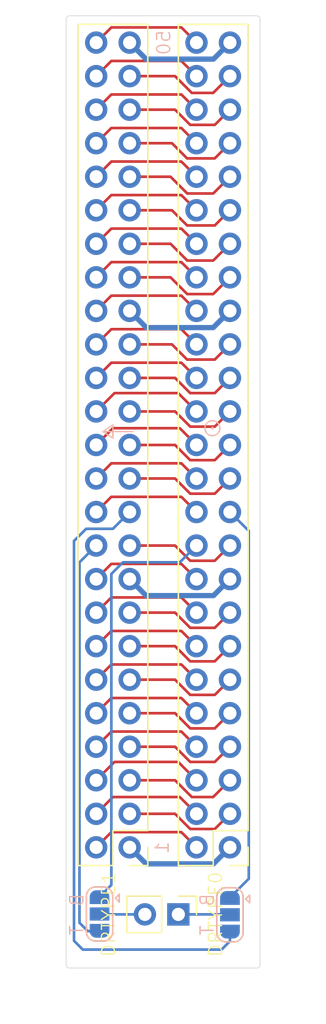
<source format=kicad_pcb>
(kicad_pcb (version 20241229) (generator "pcbnew") (generator_version "9.0")
  (layers (0 "F.Cu" signal) (2 "B.Cu" signal) (13 "F.Paste" user) (15 "B.Paste" user) (5 "F.SilkS" user "F.Silkscreen") (7 "B.SilkS" user "B.Silkscreen") (1 "F.Mask" user) (3 "B.Mask" user) (25 "Edge.Cuts" user))
  (net 0 "")
  (net 1 "Net-(J1-Pin_32)")
  (net 2 "Net-(J1-Pin_46)")
  (net 3 "Net-(J1-Pin_5)")
  (net 4 "Net-(J1-Pin_43)")
  (net 5 "Net-(J1-Pin_10)")
  (net 6 "Net-(J1-Pin_36)")
  (net 7 "Net-(J1-Pin_3)")
  (net 8 "Net-(J1-Pin_11)")
  (net 9 "Net-(J1-Pin_4)")
  (net 10 "Net-(J1-Pin_25)")
  (net 11 "Net-(J1-Pin_33)")
  (net 12 "Net-(J1-Pin_50)")
  (net 13 "Net-(J1-Pin_1)")
  (net 14 "Net-(J1-Pin_48)")
  (net 15 "Net-(J1-Pin_24)")
  (net 16 "Net-(J1-Pin_8)")
  (net 17 "Net-(J1-Pin_41)")
  (net 18 "Net-(J1-Pin_37)")
  (net 19 "Net-(J1-Pin_28)")
  (net 20 "Net-(J1-Pin_34)")
  (net 21 "Net-(J1-Pin_6)")
  (net 22 "Net-(J1-Pin_23)")
  (net 23 "Net-(J1-Pin_30)")
  (net 24 "Net-(J1-Pin_35)")
  (net 25 "Net-(J1-Pin_7)")
  (net 26 "Net-(J1-Pin_31)")
  (net 27 "Net-(J1-Pin_9)")
  (net 28 "Net-(J1-Pin_45)")
  (net 29 "Net-(J1-Pin_39)")
  (net 30 "Net-(J1-Pin_14)")
  (net 31 "Net-(J1-Pin_18)")
  (net 32 "Net-(J1-Pin_44)")
  (net 33 "Net-(J1-Pin_17)")
  (net 34 "Net-(J1-Pin_42)")
  (net 35 "Net-(J1-Pin_13)")
  (net 36 "Net-(J1-Pin_2)")
  (net 37 "Net-(J1-Pin_29)")
  (net 38 "Net-(J1-Pin_15)")
  (net 39 "Net-(J1-Pin_12)")
  (net 40 "Net-(J1-Pin_38)")
  (net 41 "Net-(J1-Pin_26)")
  (net 42 "Net-(J1-Pin_47)")
  (net 43 "Net-(J1-Pin_19)")
  (net 44 "Net-(J1-Pin_16)")
  (net 45 "Net-(J1-Pin_27)")
  (net 46 "Net-(J1-Pin_40)")
  (net 47 "Net-(J1-Pin_22)")
  (net 48 "Net-(J1-Pin_49)")
  (net 49 "B_DRTYPE1-")
  (net 50 "B_DRTYPE0-")
  (net 51 "A_DRTYPE1-")
  (net 52 "A_DRTYPE0-")
  (net 53 "Net-(J3-Pin_1)")
  (net 54 "Net-(J3-Pin_2)")
  (footprint "Connector_PinHeader_2.54mm:PinHeader_2x25_P2.54mm_Vertical" (layer "F.Cu") (at 127 127 180)
    (property "Reference" "J1" (hide yes))
    (property "Value" "Conn_02x25_Odd_Even")
    (fp_line (start 3.92 -1.38) (end 3.92 62.34) (stroke (width 0.12)) (layer "F.SilkS"))
    (fp_line (start 1.27 1.27) (end 1.27 -1.38) (stroke (width 0.12)) (layer "F.SilkS"))
    (fp_line (start 1.27 -1.38) (end 3.92 -1.38) (stroke (width 0.12)) (layer "F.SilkS"))
    (fp_line (start -1.38 62.34) (end 3.92 62.34) (stroke (width 0.12)) (layer "F.SilkS"))
    (fp_line (start -1.38 1.27) (end 1.27 1.27) (stroke (width 0.12)) (layer "F.SilkS"))
    (fp_line (start -1.38 1.27) (end -1.38 62.34) (stroke (width 0.12)) (layer "F.SilkS"))
    (fp_line (start -1.38 0) (end -1.38 -1.38) (stroke (width 0.12)) (layer "F.SilkS"))
    (fp_line (start -1.38 -1.38) (end 0 -1.38) (stroke (width 0.12)) (layer "F.SilkS"))
    (pad "1" thru_hole circle (at 0 0 180) (size 1.7 1.7) (drill 1) (layers "*.Cu" "*.Mask") (net 13 "Net-(J1-Pin_1)"))
    (pad "2" thru_hole circle (at 2.54 0 180) (size 1.7 1.7) (drill 1) (layers "*.Cu" "*.Mask") (net 36 "Net-(J1-Pin_2)"))
    (pad "3" thru_hole circle (at 0 2.54 180) (size 1.7 1.7) (drill 1) (layers "*.Cu" "*.Mask") (net 7 "Net-(J1-Pin_3)"))
    (pad "4" thru_hole circle (at 2.54 2.54 180) (size 1.7 1.7) (drill 1) (layers "*.Cu" "*.Mask") (net 9 "Net-(J1-Pin_4)"))
    (pad "5" thru_hole circle (at 0 5.08 180) (size 1.7 1.7) (drill 1) (layers "*.Cu" "*.Mask") (net 3 "Net-(J1-Pin_5)"))
    (pad "6" thru_hole circle (at 2.54 5.08 180) (size 1.7 1.7) (drill 1) (layers "*.Cu" "*.Mask") (net 21 "Net-(J1-Pin_6)"))
    (pad "7" thru_hole circle (at 0 7.62 180) (size 1.7 1.7) (drill 1) (layers "*.Cu" "*.Mask") (net 25 "Net-(J1-Pin_7)"))
    (pad "8" thru_hole circle (at 2.54 7.62 180) (size 1.7 1.7) (drill 1) (layers "*.Cu" "*.Mask") (net 16 "Net-(J1-Pin_8)"))
    (pad "9" thru_hole circle (at 0 10.16 180) (size 1.7 1.7) (drill 1) (layers "*.Cu" "*.Mask") (net 27 "Net-(J1-Pin_9)"))
    (pad "10" thru_hole circle (at 2.54 10.16 180) (size 1.7 1.7) (drill 1) (layers "*.Cu" "*.Mask") (net 5 "Net-(J1-Pin_10)"))
    (pad "11" thru_hole circle (at 0 12.7 180) (size 1.7 1.7) (drill 1) (layers "*.Cu" "*.Mask") (net 8 "Net-(J1-Pin_11)"))
    (pad "12" thru_hole circle (at 2.54 12.7 180) (size 1.7 1.7) (drill 1) (layers "*.Cu" "*.Mask") (net 39 "Net-(J1-Pin_12)"))
    (pad "13" thru_hole circle (at 0 15.24 180) (size 1.7 1.7) (drill 1) (layers "*.Cu" "*.Mask") (net 35 "Net-(J1-Pin_13)"))
    (pad "14" thru_hole circle (at 2.54 15.24 180) (size 1.7 1.7) (drill 1) (layers "*.Cu" "*.Mask") (net 30 "Net-(J1-Pin_14)"))
    (pad "15" thru_hole circle (at 0 17.78 180) (size 1.7 1.7) (drill 1) (layers "*.Cu" "*.Mask") (net 38 "Net-(J1-Pin_15)"))
    (pad "16" thru_hole circle (at 2.54 17.78 180) (size 1.7 1.7) (drill 1) (layers "*.Cu" "*.Mask") (net 44 "Net-(J1-Pin_16)"))
    (pad "17" thru_hole circle (at 0 20.32 180) (size 1.7 1.7) (drill 1) (layers "*.Cu" "*.Mask") (net 33 "Net-(J1-Pin_17)"))
    (pad "18" thru_hole circle (at 2.54 20.32 180) (size 1.7 1.7) (drill 1) (layers "*.Cu" "*.Mask") (net 31 "Net-(J1-Pin_18)"))
    (pad "19" thru_hole circle (at 0 22.86 180) (size 1.7 1.7) (drill 1) (layers "*.Cu" "*.Mask") (net 43 "Net-(J1-Pin_19)"))
    (pad "20" thru_hole circle (at 2.54 22.86 180) (size 1.7 1.7) (drill 1) (layers "*.Cu" "*.Mask") (net 50 "B_DRTYPE0-"))
    (pad "21" thru_hole circle (at 0 25.4 180) (size 1.7 1.7) (drill 1) (layers "*.Cu" "*.Mask") (net 49 "B_DRTYPE1-"))
    (pad "22" thru_hole circle (at 2.54 25.4 180) (size 1.7 1.7) (drill 1) (layers "*.Cu" "*.Mask") (net 47 "Net-(J1-Pin_22)"))
    (pad "23" thru_hole circle (at 0 27.94 180) (size 1.7 1.7) (drill 1) (layers "*.Cu" "*.Mask") (net 22 "Net-(J1-Pin_23)"))
    (pad "24" thru_hole circle (at 2.54 27.94 180) (size 1.7 1.7) (drill 1) (layers "*.Cu" "*.Mask") (net 15 "Net-(J1-Pin_24)"))
    (pad "25" thru_hole circle (at 0 30.48 180) (size 1.7 1.7) (drill 1) (layers "*.Cu" "*.Mask") (net 10 "Net-(J1-Pin_25)"))
    (pad "26" thru_hole circle (at 2.54 30.48 180) (size 1.7 1.7) (drill 1) (layers "*.Cu" "*.Mask") (net 41 "Net-(J1-Pin_26)"))
    (pad "27" thru_hole circle (at 0 33.02 180) (size 1.7 1.7) (drill 1) (layers "*.Cu" "*.Mask") (net 45 "Net-(J1-Pin_27)"))
    (pad "28" thru_hole circle (at 2.54 33.02 180) (size 1.7 1.7) (drill 1) (layers "*.Cu" "*.Mask") (net 19 "Net-(J1-Pin_28)"))
    (pad "29" thru_hole circle (at 0 35.56 180) (size 1.7 1.7) (drill 1) (layers "*.Cu" "*.Mask") (net 37 "Net-(J1-Pin_29)"))
    (pad "30" thru_hole circle (at 2.54 35.56 180) (size 1.7 1.7) (drill 1) (layers "*.Cu" "*.Mask") (net 23 "Net-(J1-Pin_30)"))
    (pad "31" thru_hole circle (at 0 38.1 180) (size 1.7 1.7) (drill 1) (layers "*.Cu" "*.Mask") (net 26 "Net-(J1-Pin_31)"))
    (pad "32" thru_hole circle (at 2.54 38.1 180) (size 1.7 1.7) (drill 1) (layers "*.Cu" "*.Mask") (net 1 "Net-(J1-Pin_32)"))
    (pad "33" thru_hole circle (at 0 40.64 180) (size 1.7 1.7) (drill 1) (layers "*.Cu" "*.Mask") (net 11 "Net-(J1-Pin_33)"))
    (pad "34" thru_hole circle (at 2.54 40.64 180) (size 1.7 1.7) (drill 1) (layers "*.Cu" "*.Mask") (net 20 "Net-(J1-Pin_34)"))
    (pad "35" thru_hole circle (at 0 43.18 180) (size 1.7 1.7) (drill 1) (layers "*.Cu" "*.Mask") (net 24 "Net-(J1-Pin_35)"))
    (pad "36" thru_hole circle (at 2.54 43.18 180) (size 1.7 1.7) (drill 1) (layers "*.Cu" "*.Mask") (net 6 "Net-(J1-Pin_36)"))
    (pad "37" thru_hole circle (at 0 45.72 180) (size 1.7 1.7) (drill 1) (layers "*.Cu" "*.Mask") (net 18 "Net-(J1-Pin_37)"))
    (pad "38" thru_hole circle (at 2.54 45.72 180) (size 1.7 1.7) (drill 1) (layers "*.Cu" "*.Mask") (net 40 "Net-(J1-Pin_38)"))
    (pad "39" thru_hole circle (at 0 48.26 180) (size 1.7 1.7) (drill 1) (layers "*.Cu" "*.Mask") (net 29 "Net-(J1-Pin_39)"))
    (pad "40" thru_hole circle (at 2.54 48.26 180) (size 1.7 1.7) (drill 1) (layers "*.Cu" "*.Mask") (net 46 "Net-(J1-Pin_40)"))
    (pad "41" thru_hole circle (at 0 50.8 180) (size 1.7 1.7) (drill 1) (layers "*.Cu" "*.Mask") (net 17 "Net-(J1-Pin_41)"))
    (pad "42" thru_hole circle (at 2.54 50.8 180) (size 1.7 1.7) (drill 1) (layers "*.Cu" "*.Mask") (net 34 "Net-(J1-Pin_42)"))
    (pad "43" thru_hole circle (at 0 53.34 180) (size 1.7 1.7) (drill 1) (layers "*.Cu" "*.Mask") (net 4 "Net-(J1-Pin_43)"))
    (pad "44" thru_hole circle (at 2.54 53.34 180) (size 1.7 1.7) (drill 1) (layers "*.Cu" "*.Mask") (net 32 "Net-(J1-Pin_44)"))
    (pad "45" thru_hole circle (at 0 55.88 180) (size 1.7 1.7) (drill 1) (layers "*.Cu" "*.Mask") (net 28 "Net-(J1-Pin_45)"))
    (pad "46" thru_hole circle (at 2.54 55.88 180) (size 1.7 1.7) (drill 1) (layers "*.Cu" "*.Mask") (net 2 "Net-(J1-Pin_46)"))
    (pad "47" thru_hole circle (at 0 58.42 180) (size 1.7 1.7) (drill 1) (layers "*.Cu" "*.Mask") (net 42 "Net-(J1-Pin_47)"))
    (pad "48" thru_hole circle (at 2.54 58.42 180) (size 1.7 1.7) (drill 1) (layers "*.Cu" "*.Mask") (net 14 "Net-(J1-Pin_48)"))
    (pad "49" thru_hole circle (at 0 60.96 180) (size 1.7 1.7) (drill 1) (layers "*.Cu" "*.Mask") (net 48 "Net-(J1-Pin_49)"))
    (pad "50" thru_hole circle (at 2.54 60.96 180) (size 1.7 1.7) (drill 1) (layers "*.Cu" "*.Mask") (net 12 "Net-(J1-Pin_50)"))
  )
  (footprint "Connector_PinHeader_2.54mm:PinHeader_1x02_P2.54mm_Vertical" (layer "F.Cu") (at 130.7 132.08 -90)
    (property "Reference" "J3" (hide yes))
    (property "Value" "Conn_01x02" (hide yes))
    (fp_line (start -1.38 3.92) (end 1.38 3.92) (stroke (width 0.12)) (layer "F.SilkS"))
    (fp_line (start -1.38 1.27) (end -1.38 3.92) (stroke (width 0.12)) (layer "F.SilkS"))
    (fp_line (start -1.38 1.27) (end 1.38 1.27) (stroke (width 0.12)) (layer "F.SilkS"))
    (fp_line (start 1.38 1.27) (end 1.38 3.92) (stroke (width 0.12)) (layer "F.SilkS"))
    (fp_line (start -1.38 0) (end -1.38 -1.38) (stroke (width 0.12)) (layer "F.SilkS"))
    (fp_line (start -1.38 -1.38) (end 0 -1.38) (stroke (width 0.12)) (layer "F.SilkS"))
    (pad "1" thru_hole rect (at 0 0 270) (size 1.7 1.7) (drill 1) (layers "*.Cu" "*.Mask") (net 53 "Net-(J3-Pin_1)"))
    (pad "2" thru_hole circle (at 0 2.54 270) (size 1.7 1.7) (drill 1) (layers "*.Cu" "*.Mask") (net 54 "Net-(J3-Pin_2)"))
  )
  (footprint "Connector_PinHeader_2.54mm:PinHeader_2x25_P2.54mm_Vertical" (layer "F.Cu") (at 134.62 127 180)
    (property "Reference" "J2" (hide yes))
    (property "Value" "Conn_02x25_Odd_Even")
    (fp_line (start 3.92 -1.38) (end 3.92 62.34) (stroke (width 0.12)) (layer "F.SilkS"))
    (fp_line (start 1.27 1.27) (end 1.27 -1.38) (stroke (width 0.12)) (layer "F.SilkS"))
    (fp_line (start 1.27 -1.38) (end 3.92 -1.38) (stroke (width 0.12)) (layer "F.SilkS"))
    (fp_line (start -1.38 62.34) (end 3.92 62.34) (stroke (width 0.12)) (layer "F.SilkS"))
    (fp_line (start -1.38 1.27) (end 1.27 1.27) (stroke (width 0.12)) (layer "F.SilkS"))
    (fp_line (start -1.38 1.27) (end -1.38 62.34) (stroke (width 0.12)) (layer "F.SilkS"))
    (fp_line (start -1.38 0) (end -1.38 -1.38) (stroke (width 0.12)) (layer "F.SilkS"))
    (fp_line (start -1.38 -1.38) (end 0 -1.38) (stroke (width 0.12)) (layer "F.SilkS"))
    (pad "1" thru_hole circle (at 0 0 180) (size 1.7 1.7) (drill 1) (layers "*.Cu" "*.Mask") (net 13 "Net-(J1-Pin_1)"))
    (pad "2" thru_hole circle (at 2.54 0 180) (size 1.7 1.7) (drill 1) (layers "*.Cu" "*.Mask") (net 36 "Net-(J1-Pin_2)"))
    (pad "3" thru_hole circle (at 0 2.54 180) (size 1.7 1.7) (drill 1) (layers "*.Cu" "*.Mask") (net 7 "Net-(J1-Pin_3)"))
    (pad "4" thru_hole circle (at 2.54 2.54 180) (size 1.7 1.7) (drill 1) (layers "*.Cu" "*.Mask") (net 9 "Net-(J1-Pin_4)"))
    (pad "5" thru_hole circle (at 0 5.08 180) (size 1.7 1.7) (drill 1) (layers "*.Cu" "*.Mask") (net 3 "Net-(J1-Pin_5)"))
    (pad "6" thru_hole circle (at 2.54 5.08 180) (size 1.7 1.7) (drill 1) (layers "*.Cu" "*.Mask") (net 21 "Net-(J1-Pin_6)"))
    (pad "7" thru_hole circle (at 0 7.62 180) (size 1.7 1.7) (drill 1) (layers "*.Cu" "*.Mask") (net 25 "Net-(J1-Pin_7)"))
    (pad "8" thru_hole circle (at 2.54 7.62 180) (size 1.7 1.7) (drill 1) (layers "*.Cu" "*.Mask") (net 16 "Net-(J1-Pin_8)"))
    (pad "9" thru_hole circle (at 0 10.16 180) (size 1.7 1.7) (drill 1) (layers "*.Cu" "*.Mask") (net 27 "Net-(J1-Pin_9)"))
    (pad "10" thru_hole circle (at 2.54 10.16 180) (size 1.7 1.7) (drill 1) (layers "*.Cu" "*.Mask") (net 5 "Net-(J1-Pin_10)"))
    (pad "11" thru_hole circle (at 0 12.7 180) (size 1.7 1.7) (drill 1) (layers "*.Cu" "*.Mask") (net 8 "Net-(J1-Pin_11)"))
    (pad "12" thru_hole circle (at 2.54 12.7 180) (size 1.7 1.7) (drill 1) (layers "*.Cu" "*.Mask") (net 39 "Net-(J1-Pin_12)"))
    (pad "13" thru_hole circle (at 0 15.24 180) (size 1.7 1.7) (drill 1) (layers "*.Cu" "*.Mask") (net 35 "Net-(J1-Pin_13)"))
    (pad "14" thru_hole circle (at 2.54 15.24 180) (size 1.7 1.7) (drill 1) (layers "*.Cu" "*.Mask") (net 30 "Net-(J1-Pin_14)"))
    (pad "15" thru_hole circle (at 0 17.78 180) (size 1.7 1.7) (drill 1) (layers "*.Cu" "*.Mask") (net 38 "Net-(J1-Pin_15)"))
    (pad "16" thru_hole circle (at 2.54 17.78 180) (size 1.7 1.7) (drill 1) (layers "*.Cu" "*.Mask") (net 44 "Net-(J1-Pin_16)"))
    (pad "17" thru_hole circle (at 0 20.32 180) (size 1.7 1.7) (drill 1) (layers "*.Cu" "*.Mask") (net 33 "Net-(J1-Pin_17)"))
    (pad "18" thru_hole circle (at 2.54 20.32 180) (size 1.7 1.7) (drill 1) (layers "*.Cu" "*.Mask") (net 31 "Net-(J1-Pin_18)"))
    (pad "19" thru_hole circle (at 0 22.86 180) (size 1.7 1.7) (drill 1) (layers "*.Cu" "*.Mask") (net 43 "Net-(J1-Pin_19)"))
    (pad "20" thru_hole circle (at 2.54 22.86 180) (size 1.7 1.7) (drill 1) (layers "*.Cu" "*.Mask") (net 52 "A_DRTYPE0-"))
    (pad "21" thru_hole circle (at 0 25.4 180) (size 1.7 1.7) (drill 1) (layers "*.Cu" "*.Mask") (net 51 "A_DRTYPE1-"))
    (pad "22" thru_hole circle (at 2.54 25.4 180) (size 1.7 1.7) (drill 1) (layers "*.Cu" "*.Mask") (net 47 "Net-(J1-Pin_22)"))
    (pad "23" thru_hole circle (at 0 27.94 180) (size 1.7 1.7) (drill 1) (layers "*.Cu" "*.Mask") (net 22 "Net-(J1-Pin_23)"))
    (pad "24" thru_hole circle (at 2.54 27.94 180) (size 1.7 1.7) (drill 1) (layers "*.Cu" "*.Mask") (net 15 "Net-(J1-Pin_24)"))
    (pad "25" thru_hole circle (at 0 30.48 180) (size 1.7 1.7) (drill 1) (layers "*.Cu" "*.Mask") (net 10 "Net-(J1-Pin_25)"))
    (pad "26" thru_hole circle (at 2.54 30.48 180) (size 1.7 1.7) (drill 1) (layers "*.Cu" "*.Mask") (net 41 "Net-(J1-Pin_26)"))
    (pad "27" thru_hole circle (at 0 33.02 180) (size 1.7 1.7) (drill 1) (layers "*.Cu" "*.Mask") (net 45 "Net-(J1-Pin_27)"))
    (pad "28" thru_hole circle (at 2.54 33.02 180) (size 1.7 1.7) (drill 1) (layers "*.Cu" "*.Mask") (net 19 "Net-(J1-Pin_28)"))
    (pad "29" thru_hole circle (at 0 35.56 180) (size 1.7 1.7) (drill 1) (layers "*.Cu" "*.Mask") (net 37 "Net-(J1-Pin_29)"))
    (pad "30" thru_hole circle (at 2.54 35.56 180) (size 1.7 1.7) (drill 1) (layers "*.Cu" "*.Mask") (net 23 "Net-(J1-Pin_30)"))
    (pad "31" thru_hole circle (at 0 38.1 180) (size 1.7 1.7) (drill 1) (layers "*.Cu" "*.Mask") (net 26 "Net-(J1-Pin_31)"))
    (pad "32" thru_hole circle (at 2.54 38.1 180) (size 1.7 1.7) (drill 1) (layers "*.Cu" "*.Mask") (net 1 "Net-(J1-Pin_32)"))
    (pad "33" thru_hole circle (at 0 40.64 180) (size 1.7 1.7) (drill 1) (layers "*.Cu" "*.Mask") (net 11 "Net-(J1-Pin_33)"))
    (pad "34" thru_hole circle (at 2.54 40.64 180) (size 1.7 1.7) (drill 1) (layers "*.Cu" "*.Mask") (net 20 "Net-(J1-Pin_34)"))
    (pad "35" thru_hole circle (at 0 43.18 180) (size 1.7 1.7) (drill 1) (layers "*.Cu" "*.Mask") (net 24 "Net-(J1-Pin_35)"))
    (pad "36" thru_hole circle (at 2.54 43.18 180) (size 1.7 1.7) (drill 1) (layers "*.Cu" "*.Mask") (net 6 "Net-(J1-Pin_36)"))
    (pad "37" thru_hole circle (at 0 45.72 180) (size 1.7 1.7) (drill 1) (layers "*.Cu" "*.Mask") (net 18 "Net-(J1-Pin_37)"))
    (pad "38" thru_hole circle (at 2.54 45.72 180) (size 1.7 1.7) (drill 1) (layers "*.Cu" "*.Mask") (net 40 "Net-(J1-Pin_38)"))
    (pad "39" thru_hole circle (at 0 48.26 180) (size 1.7 1.7) (drill 1) (layers "*.Cu" "*.Mask") (net 29 "Net-(J1-Pin_39)"))
    (pad "40" thru_hole circle (at 2.54 48.26 180) (size 1.7 1.7) (drill 1) (layers "*.Cu" "*.Mask") (net 46 "Net-(J1-Pin_40)"))
    (pad "41" thru_hole circle (at 0 50.8 180) (size 1.7 1.7) (drill 1) (layers "*.Cu" "*.Mask") (net 17 "Net-(J1-Pin_41)"))
    (pad "42" thru_hole circle (at 2.54 50.8 180) (size 1.7 1.7) (drill 1) (layers "*.Cu" "*.Mask") (net 34 "Net-(J1-Pin_42)"))
    (pad "43" thru_hole circle (at 0 53.34 180) (size 1.7 1.7) (drill 1) (layers "*.Cu" "*.Mask") (net 4 "Net-(J1-Pin_43)"))
    (pad "44" thru_hole circle (at 2.54 53.34 180) (size 1.7 1.7) (drill 1) (layers "*.Cu" "*.Mask") (net 32 "Net-(J1-Pin_44)"))
    (pad "45" thru_hole circle (at 0 55.88 180) (size 1.7 1.7) (drill 1) (layers "*.Cu" "*.Mask") (net 28 "Net-(J1-Pin_45)"))
    (pad "46" thru_hole circle (at 2.54 55.88 180) (size 1.7 1.7) (drill 1) (layers "*.Cu" "*.Mask") (net 2 "Net-(J1-Pin_46)"))
    (pad "47" thru_hole circle (at 0 58.42 180) (size 1.7 1.7) (drill 1) (layers "*.Cu" "*.Mask") (net 42 "Net-(J1-Pin_47)"))
    (pad "48" thru_hole circle (at 2.54 58.42 180) (size 1.7 1.7) (drill 1) (layers "*.Cu" "*.Mask") (net 14 "Net-(J1-Pin_48)"))
    (pad "49" thru_hole circle (at 0 60.96 180) (size 1.7 1.7) (drill 1) (layers "*.Cu" "*.Mask") (net 48 "Net-(J1-Pin_49)"))
    (pad "50" thru_hole circle (at 2.54 60.96 180) (size 1.7 1.7) (drill 1) (layers "*.Cu" "*.Mask") (net 12 "Net-(J1-Pin_50)"))
  )
  (footprint "Jumper:SolderJumper-3_P1.3mm_Open_RoundedPad1.0x1.5mm" (layer "B.Cu") (at 134.62 132.11 -90)
    (property "Reference" "JP1" (hide yes))
    (property "Value" "SolderJumper_3_Open")
    (fp_line (start -1.4 1) (end 1.4 1) (stroke (width 0.12)) (layer "B.SilkS"))
    (fp_line (start 2.05 0.3) (end 2.05 -0.3) (stroke (width 0.12)) (layer "B.SilkS"))
    (fp_line (start -2.05 -0.3) (end -2.05 0.3) (stroke (width 0.12)) (layer "B.SilkS"))
    (fp_line (start 1.4 -1) (end -1.4 -1) (stroke (width 0.12)) (layer "B.SilkS"))
    (fp_line (start -1.2 -1.2) (end -1.5 -1.5) (stroke (width 0.12)) (layer "B.SilkS"))
    (fp_line (start -1.2 -1.2) (end -0.9 -1.5) (stroke (width 0.12)) (layer "B.SilkS"))
    (fp_line (start -1.5 -1.5) (end -0.9 -1.5) (stroke (width 0.12)) (layer "B.SilkS"))
    (fp_arc (start -1.35 1) (mid -1.844975 0.794975) (end -2.05 0.3) (stroke (width 0.12)) (layer "B.SilkS"))
    (fp_arc (start 2.05 0.3) (mid 1.844975 0.794975) (end 1.35 1) (stroke (width 0.12)) (layer "B.SilkS"))
    (fp_arc (start -2.05 -0.3) (mid -1.844975 -0.794975) (end -1.35 -1) (stroke (width 0.12)) (layer "B.SilkS"))
    (fp_arc (start 1.35 -1) (mid 1.844975 -0.794975) (end 2.05 -0.3) (stroke (width 0.12)) (layer "B.SilkS"))
    (pad "1" smd custom (at -1.3 0 270) (size 1 0.5) (layers "B.Cu" "B.Mask") (net 51 "A_DRTYPE1-") (options (clearance outline) (anchor rect)) (primitives (gr_circle (center 0 -0.25) (end 0.5 -0.25) (width 0) (fill yes)) (gr_circle (center 0 0.25) (end 0.5 0.25) (width 0) (fill yes)) (gr_poly (pts (xy 0.55 -0.75) (xy 0 -0.75) (xy 0 0.75) (xy 0.55 0.75)) (width 0) (fill yes))))
    (pad "2" smd rect (at 0 0 270) (size 1 1.5) (layers "B.Cu" "B.Mask") (net 53 "Net-(J3-Pin_1)"))
    (pad "3" smd custom (at 1.3 0 270) (size 1 0.5) (layers "B.Cu" "B.Mask") (net 49 "B_DRTYPE1-") (options (clearance outline) (anchor rect)) (primitives (gr_circle (center 0 -0.25) (end 0.5 -0.25) (width 0) (fill yes)) (gr_circle (center 0 0.25) (end 0.5 0.25) (width 0) (fill yes)) (gr_poly (pts (xy 0 -0.75) (xy -0.55 -0.75) (xy -0.55 0.75) (xy 0 0.75)) (width 0) (fill yes))))
  )
  (footprint "Jumper:SolderJumper-3_P1.3mm_Open_RoundedPad1.0x1.5mm" (layer "B.Cu") (at 124.714 132.05 -90)
    (property "Reference" "JP2" (hide yes))
    (property "Value" "SolderJumper_3_Open")
    (fp_line (start -1.4 1) (end 1.4 1) (stroke (width 0.12)) (layer "B.SilkS"))
    (fp_line (start 2.05 0.3) (end 2.05 -0.3) (stroke (width 0.12)) (layer "B.SilkS"))
    (fp_line (start -2.05 -0.3) (end -2.05 0.3) (stroke (width 0.12)) (layer "B.SilkS"))
    (fp_line (start 1.4 -1) (end -1.4 -1) (stroke (width 0.12)) (layer "B.SilkS"))
    (fp_line (start -1.2 -1.2) (end -1.5 -1.5) (stroke (width 0.12)) (layer "B.SilkS"))
    (fp_line (start -1.2 -1.2) (end -0.9 -1.5) (stroke (width 0.12)) (layer "B.SilkS"))
    (fp_line (start -1.5 -1.5) (end -0.9 -1.5) (stroke (width 0.12)) (layer "B.SilkS"))
    (fp_arc (start -1.35 1) (mid -1.844975 0.794975) (end -2.05 0.3) (stroke (width 0.12)) (layer "B.SilkS"))
    (fp_arc (start 2.05 0.3) (mid 1.844975 0.794975) (end 1.35 1) (stroke (width 0.12)) (layer "B.SilkS"))
    (fp_arc (start -2.05 -0.3) (mid -1.844975 -0.794975) (end -1.35 -1) (stroke (width 0.12)) (layer "B.SilkS"))
    (fp_arc (start 1.35 -1) (mid 1.844975 -0.794975) (end 2.05 -0.3) (stroke (width 0.12)) (layer "B.SilkS"))
    (pad "1" smd custom (at -1.3 0 270) (size 1 0.5) (layers "B.Cu" "B.Mask") (net 52 "A_DRTYPE0-") (options (clearance outline) (anchor rect)) (primitives (gr_circle (center 0 -0.25) (end 0.5 -0.25) (width 0) (fill yes)) (gr_circle (center 0 0.25) (end 0.5 0.25) (width 0) (fill yes)) (gr_poly (pts (xy 0.55 -0.75) (xy 0 -0.75) (xy 0 0.75) (xy 0.55 0.75)) (width 0) (fill yes))))
    (pad "2" smd rect (at 0 0 270) (size 1 1.5) (layers "B.Cu" "B.Mask") (net 54 "Net-(J3-Pin_2)"))
    (pad "3" smd custom (at 1.3 0 270) (size 1 0.5) (layers "B.Cu" "B.Mask") (net 50 "B_DRTYPE0-") (options (clearance outline) (anchor rect)) (primitives (gr_circle (center 0 -0.25) (end 0.5 -0.25) (width 0) (fill yes)) (gr_circle (center 0 0.25) (end 0.5 0.25) (width 0) (fill yes)) (gr_poly (pts (xy 0 -0.75) (xy -0.55 -0.75) (xy -0.55 0.75) (xy 0 0.75)) (width 0) (fill yes))))
  )
  (gr_line (start 124.968 95.504) (end 125.73 94.996) (stroke (width 0.1)) (layer "B.SilkS"))
  (gr_line (start 127.254 95.504) (end 124.968 95.504) (stroke (width 0.1)) (layer "B.SilkS"))
  (gr_circle (center 133.290039 95.25) (end 133.35 95.25) (stroke (width 0.1)) (fill no) (layer "B.SilkS"))
  (gr_line (start 125.73 94.996) (end 125.73 96.012) (stroke (width 0.1)) (layer "B.SilkS"))
  (gr_line (start 125.73 96.012) (end 124.968 95.504) (stroke (width 0.1)) (layer "B.SilkS"))
  (gr_circle (center 133.290039 95.25) (end 133.798039 95.504) (stroke (width 0.1)) (fill no) (layer "B.SilkS"))
  (gr_arc (start 122.428 136.144) (mid 122.248395 136.069605) (end 122.174 135.89) (stroke (width 0.05)) (layer "Edge.Cuts"))
  (gr_arc (start 136.906 135.89) (mid 136.831605 136.069605) (end 136.652 136.144) (stroke (width 0.05)) (layer "Edge.Cuts"))
  (gr_line (start 122.174 64.262) (end 122.174 135.89) (stroke (width 0.05)) (layer "Edge.Cuts"))
  (gr_arc (start 122.174 64.262) (mid 122.248395 64.082395) (end 122.428 64.008) (stroke (width 0.05)) (layer "Edge.Cuts"))
  (gr_line (start 122.428 136.144) (end 136.652 136.144) (stroke (width 0.05)) (layer "Edge.Cuts"))
  (gr_line (start 136.906 135.89) (end 136.906 64.262) (stroke (width 0.05)) (layer "Edge.Cuts"))
  (gr_line (start 136.652 64.008) (end 122.428 64.008) (stroke (width 0.05)) (layer "Edge.Cuts"))
  (gr_arc (start 136.652 64.008) (mid 136.831605 64.082395) (end 136.906 64.262) (stroke (width 0.05)) (layer "Edge.Cuts"))
  (gr_text "DRTYPE0" (at 134.112 135.382 90) (layer "F.SilkS") (effects (font (size 1 1) (thickness 0.1)) (justify left bottom)))
  (gr_text "DRTYPE1" (at 125.984 135.382 90) (layer "F.SilkS") (effects (font (size 1 1) (thickness 0.1)) (justify left bottom)))
  (gr_text "B" (at 133.477 130.429 90) (layer "B.SilkS") (effects (font (size 1 1) (thickness 0.1)) (justify left bottom mirror)))
  (gr_text "1" (at 130.048 126.492 90) (layer "B.SilkS") (effects (font (size 1 1) (thickness 0.1)) (justify left bottom mirror)))
  (gr_text "T" (at 123.571 132.842 90) (layer "B.SilkS") (effects (font (size 1 1) (thickness 0.1)) (justify left bottom mirror)))
  (gr_text "50" (at 130.175 65.024 90) (layer "B.SilkS") (effects (font (size 1 1) (thickness 0.1)) (justify left bottom mirror)))
  (gr_text "B" (at 123.571 130.429 90) (layer "B.SilkS") (effects (font (size 1 1) (thickness 0.1)) (justify left bottom mirror)))
  (gr_text "T" (at 133.477 132.842 90) (layer "B.SilkS") (effects (font (size 1 1) (thickness 0.1)) (justify left bottom mirror)))
  (segment (start 124.46 88.9) (end 125.611 87.749) (width 0.2) (layer "F.Cu") (net 1))
  (segment (start 125.611 87.749) (end 130.929 87.749) (width 0.2) (layer "F.Cu") (net 1))
  (segment (start 130.929 87.749) (end 132.08 88.9) (width 0.2) (layer "F.Cu") (net 1))
  (segment (start 130.929 69.969) (end 132.08 71.12) (width 0.2) (layer "F.Cu") (net 2))
  (segment (start 125.611 69.969) (end 130.929 69.969) (width 0.2) (layer "F.Cu") (net 2))
  (segment (start 124.46 71.12) (end 125.611 69.969) (width 0.2) (layer "F.Cu") (net 2))
  (segment (start 133.35 123.19) (end 134.62 121.92) (width 0.2) (layer "F.Cu") (net 3))
  (segment (start 131.72224 123.19) (end 133.35 123.19) (width 0.2) (layer "F.Cu") (net 3))
  (segment (start 127 121.92) (end 130.45224 121.92) (width 0.2) (layer "F.Cu") (net 3))
  (segment (start 130.45224 121.92) (end 131.72224 123.19) (width 0.2) (layer "F.Cu") (net 3))
  (segment (start 133.469 74.811) (end 134.62 73.66) (width 0.2) (layer "F.Cu") (net 4))
  (segment (start 131.36524 74.811) (end 133.469 74.811) (width 0.2) (layer "F.Cu") (net 4))
  (segment (start 127 73.66) (end 130.21424 73.66) (width 0.2) (layer "F.Cu") (net 4))
  (segment (start 130.21424 73.66) (end 131.36524 74.811) (width 0.2) (layer "F.Cu") (net 4))
  (segment (start 125.611 115.689) (end 130.929 115.689) (width 0.2) (layer "F.Cu") (net 5))
  (segment (start 130.929 115.689) (end 132.08 116.84) (width 0.2) (layer "F.Cu") (net 5))
  (segment (start 124.46 116.84) (end 125.611 115.689) (width 0.2) (layer "F.Cu") (net 5))
  (segment (start 125.611 82.669) (end 130.929 82.669) (width 0.2) (layer "F.Cu") (net 6))
  (segment (start 124.46 83.82) (end 125.611 82.669) (width 0.2) (layer "F.Cu") (net 6))
  (segment (start 130.929 82.669) (end 132.08 83.82) (width 0.2) (layer "F.Cu") (net 6))
  (segment (start 127 124.46) (end 130.45224 124.46) (width 0.2) (layer "F.Cu") (net 7))
  (segment (start 130.45224 124.46) (end 131.60324 125.611) (width 0.2) (layer "F.Cu") (net 7))
  (segment (start 131.60324 125.611) (end 133.469 125.611) (width 0.2) (layer "F.Cu") (net 7))
  (segment (start 133.469 125.611) (end 134.62 124.46) (width 0.2) (layer "F.Cu") (net 7))
  (segment (start 133.469 115.451) (end 134.62 114.3) (width 0.2) (layer "F.Cu") (net 8))
  (segment (start 131.60324 115.451) (end 133.469 115.451) (width 0.2) (layer "F.Cu") (net 8))
  (segment (start 130.45224 114.3) (end 131.60324 115.451) (width 0.2) (layer "F.Cu") (net 8))
  (segment (start 127 114.3) (end 130.45224 114.3) (width 0.2) (layer "F.Cu") (net 8))
  (segment (start 130.81 123.19) (end 132.08 124.46) (width 0.2) (layer "F.Cu") (net 9))
  (segment (start 125.73 123.19) (end 130.81 123.19) (width 0.2) (layer "F.Cu") (net 9))
  (segment (start 124.46 124.46) (end 125.73 123.19) (width 0.2) (layer "F.Cu") (net 9))
  (segment (start 130.45224 96.52) (end 131.60324 97.671) (width 0.2) (layer "F.Cu") (net 10))
  (segment (start 133.469 97.671) (end 134.62 96.52) (width 0.2) (layer "F.Cu") (net 10))
  (segment (start 131.60324 97.671) (end 133.469 97.671) (width 0.2) (layer "F.Cu") (net 10))
  (segment (start 127 96.52) (end 130.45224 96.52) (width 0.2) (layer "F.Cu") (net 10))
  (segment (start 127 86.36) (end 128.27 87.63) (width 0.4) (layer "B.Cu") (net 11))
  (segment (start 128.27 87.63) (end 133.35 87.63) (width 0.4) (layer "B.Cu") (net 11))
  (segment (start 133.35 87.63) (end 134.62 86.36) (width 0.4) (layer "B.Cu") (net 11))
  (segment (start 124.46 66.04) (end 125.611 64.889) (width 0.2) (layer "F.Cu") (net 12))
  (segment (start 125.611 64.889) (end 130.929 64.889) (width 0.2) (layer "F.Cu") (net 12))
  (segment (start 130.929 64.889) (end 132.08 66.04) (width 0.2) (layer "F.Cu") (net 12))
  (segment (start 127 127) (end 128.251 128.251) (width 0.4) (layer "B.Cu") (net 13))
  (segment (start 128.251 128.251) (end 133.369 128.251) (width 0.4) (layer "B.Cu") (net 13))
  (segment (start 133.369 128.251) (end 134.62 127) (width 0.4) (layer "B.Cu") (net 13))
  (segment (start 124.46 68.58) (end 125.611 67.429) (width 0.2) (layer "F.Cu") (net 14))
  (segment (start 130.929 67.429) (end 132.08 68.58) (width 0.2) (layer "F.Cu") (net 14))
  (segment (start 125.611 67.429) (end 130.929 67.429) (width 0.2) (layer "F.Cu") (net 14))
  (segment (start 125.611 97.909) (end 130.929 97.909) (width 0.2) (layer "F.Cu") (net 15))
  (segment (start 130.929 97.909) (end 132.08 99.06) (width 0.2) (layer "F.Cu") (net 15))
  (segment (start 124.46 99.06) (end 125.611 97.909) (width 0.2) (layer "F.Cu") (net 15))
  (segment (start 125.611 118.229) (end 130.929 118.229) (width 0.2) (layer "F.Cu") (net 16))
  (segment (start 124.46 119.38) (end 125.611 118.229) (width 0.2) (layer "F.Cu") (net 16))
  (segment (start 130.929 118.229) (end 132.08 119.38) (width 0.2) (layer "F.Cu") (net 16))
  (segment (start 131.3771 77.47) (end 133.35 77.47) (width 0.2) (layer "F.Cu") (net 17))
  (segment (start 130.1071 76.2) (end 131.3771 77.47) (width 0.2) (layer "F.Cu") (net 17))
  (segment (start 133.35 77.47) (end 134.62 76.2) (width 0.2) (layer "F.Cu") (net 17))
  (segment (start 127 76.2) (end 130.1071 76.2) (width 0.2) (layer "F.Cu") (net 17))
  (segment (start 130.1071 81.28) (end 131.3771 82.55) (width 0.2) (layer "F.Cu") (net 18))
  (segment (start 133.35 82.55) (end 134.62 81.28) (width 0.2) (layer "F.Cu") (net 18))
  (segment (start 127 81.28) (end 130.1071 81.28) (width 0.2) (layer "F.Cu") (net 18))
  (segment (start 131.3771 82.55) (end 133.35 82.55) (width 0.2) (layer "F.Cu") (net 18))
  (segment (start 125.849 92.591) (end 130.691 92.591) (width 0.2) (layer "F.Cu") (net 19))
  (segment (start 130.691 92.591) (end 132.08 93.98) (width 0.2) (layer "F.Cu") (net 19))
  (segment (start 124.46 93.98) (end 125.849 92.591) (width 0.2) (layer "F.Cu") (net 19))
  (segment (start 124.46 86.36) (end 125.611 85.209) (width 0.2) (layer "F.Cu") (net 20))
  (segment (start 125.611 85.209) (end 130.929 85.209) (width 0.2) (layer "F.Cu") (net 20))
  (segment (start 130.929 85.209) (end 132.08 86.36) (width 0.2) (layer "F.Cu") (net 20))
  (segment (start 130.691 120.531) (end 132.08 121.92) (width 0.2) (layer "F.Cu") (net 21))
  (segment (start 125.849 120.531) (end 130.691 120.531) (width 0.2) (layer "F.Cu") (net 21))
  (segment (start 124.46 121.92) (end 125.849 120.531) (width 0.2) (layer "F.Cu") (net 21))
  (segment (start 131.60324 100.211) (end 133.469 100.211) (width 0.2) (layer "F.Cu") (net 22))
  (segment (start 130.45224 99.06) (end 131.60324 100.211) (width 0.2) (layer "F.Cu") (net 22))
  (segment (start 133.469 100.211) (end 134.62 99.06) (width 0.2) (layer "F.Cu") (net 22))
  (segment (start 127 99.06) (end 130.45224 99.06) (width 0.2) (layer "F.Cu") (net 22))
  (segment (start 130.929 90.289) (end 132.08 91.44) (width 0.2) (layer "F.Cu") (net 23))
  (segment (start 124.46 91.44) (end 125.611 90.289) (width 0.2) (layer "F.Cu") (net 23))
  (segment (start 125.611 90.289) (end 130.929 90.289) (width 0.2) (layer "F.Cu") (net 23))
  (segment (start 130.1071 83.82) (end 131.3771 85.09) (width 0.2) (layer "F.Cu") (net 24))
  (segment (start 133.35 85.09) (end 134.62 83.82) (width 0.2) (layer "F.Cu") (net 24))
  (segment (start 131.3771 85.09) (end 133.35 85.09) (width 0.2) (layer "F.Cu") (net 24))
  (segment (start 127 83.82) (end 130.1071 83.82) (width 0.2) (layer "F.Cu") (net 24))
  (segment (start 131.60324 120.531) (end 133.469 120.531) (width 0.2) (layer "F.Cu") (net 25))
  (segment (start 127 119.38) (end 130.45224 119.38) (width 0.2) (layer "F.Cu") (net 25))
  (segment (start 130.45224 119.38) (end 131.60324 120.531) (width 0.2) (layer "F.Cu") (net 25))
  (segment (start 133.469 120.531) (end 134.62 119.38) (width 0.2) (layer "F.Cu") (net 25))
  (segment (start 130.21424 88.9) (end 131.36524 90.051) (width 0.2) (layer "F.Cu") (net 26))
  (segment (start 131.36524 90.051) (end 133.469 90.051) (width 0.2) (layer "F.Cu") (net 26))
  (segment (start 133.469 90.051) (end 134.62 88.9) (width 0.2) (layer "F.Cu") (net 26))
  (segment (start 127 88.9) (end 130.21424 88.9) (width 0.2) (layer "F.Cu") (net 26))
  (segment (start 130.45224 116.84) (end 131.60324 117.991) (width 0.2) (layer "F.Cu") (net 27))
  (segment (start 131.60324 117.991) (end 133.469 117.991) (width 0.2) (layer "F.Cu") (net 27))
  (segment (start 127 116.84) (end 130.45224 116.84) (width 0.2) (layer "F.Cu") (net 27))
  (segment (start 133.469 117.991) (end 134.62 116.84) (width 0.2) (layer "F.Cu") (net 27))
  (segment (start 131.60324 72.271) (end 133.469 72.271) (width 0.2) (layer "F.Cu") (net 28))
  (segment (start 127 71.12) (end 130.45224 71.12) (width 0.2) (layer "F.Cu") (net 28))
  (segment (start 133.469 72.271) (end 134.62 71.12) (width 0.2) (layer "F.Cu") (net 28))
  (segment (start 130.45224 71.12) (end 131.60324 72.271) (width 0.2) (layer "F.Cu") (net 28))
  (segment (start 133.469 79.891) (end 134.62 78.74) (width 0.2) (layer "F.Cu") (net 29))
  (segment (start 131.36524 79.891) (end 133.469 79.891) (width 0.2) (layer "F.Cu") (net 29))
  (segment (start 130.21424 78.74) (end 131.36524 79.891) (width 0.2) (layer "F.Cu") (net 29))
  (segment (start 127 78.74) (end 130.21424 78.74) (width 0.2) (layer "F.Cu") (net 29))
  (segment (start 125.611 110.609) (end 130.929 110.609) (width 0.2) (layer "F.Cu") (net 30))
  (segment (start 124.46 111.76) (end 125.611 110.609) (width 0.2) (layer "F.Cu") (net 30))
  (segment (start 130.929 110.609) (end 132.08 111.76) (width 0.2) (layer "F.Cu") (net 30))
  (segment (start 124.46 106.68) (end 125.611 105.529) (width 0.2) (layer "F.Cu") (net 31))
  (segment (start 125.611 105.529) (end 130.929 105.529) (width 0.2) (layer "F.Cu") (net 31))
  (segment (start 130.929 105.529) (end 132.08 106.68) (width 0.2) (layer "F.Cu") (net 31))
  (segment (start 125.611 72.509) (end 130.929 72.509) (width 0.2) (layer "F.Cu") (net 32))
  (segment (start 124.46 73.66) (end 125.611 72.509) (width 0.2) (layer "F.Cu") (net 32))
  (segment (start 130.929 72.509) (end 132.08 73.66) (width 0.2) (layer "F.Cu") (net 32))
  (segment (start 133.369 107.931) (end 134.62 106.68) (width 0.4) (layer "B.Cu") (net 33))
  (segment (start 128.251 107.931) (end 133.369 107.931) (width 0.4) (layer "B.Cu") (net 33))
  (segment (start 127 106.68) (end 128.251 107.931) (width 0.4) (layer "B.Cu") (net 33))
  (segment (start 130.929 75.049) (end 132.08 76.2) (width 0.2) (layer "F.Cu") (net 34))
  (segment (start 124.46 76.2) (end 125.611 75.049) (width 0.2) (layer "F.Cu") (net 34))
  (segment (start 125.611 75.049) (end 130.929 75.049) (width 0.2) (layer "F.Cu") (net 34))
  (segment (start 131.60324 112.911) (end 133.469 112.911) (width 0.2) (layer "F.Cu") (net 35))
  (segment (start 133.469 112.911) (end 134.62 111.76) (width 0.2) (layer "F.Cu") (net 35))
  (segment (start 127 111.76) (end 130.45224 111.76) (width 0.2) (layer "F.Cu") (net 35))
  (segment (start 130.45224 111.76) (end 131.60324 112.911) (width 0.2) (layer "F.Cu") (net 35))
  (segment (start 130.929 125.849) (end 132.08 127) (width 0.2) (layer "F.Cu") (net 36))
  (segment (start 125.611 125.849) (end 130.929 125.849) (width 0.2) (layer "F.Cu") (net 36))
  (segment (start 124.46 127) (end 125.611 125.849) (width 0.2) (layer "F.Cu") (net 36))
  (segment (start 130.45224 91.44) (end 131.60324 92.591) (width 0.2) (layer "F.Cu") (net 37))
  (segment (start 131.60324 92.591) (end 133.469 92.591) (width 0.2) (layer "F.Cu") (net 37))
  (segment (start 133.469 92.591) (end 134.62 91.44) (width 0.2) (layer "F.Cu") (net 37))
  (segment (start 127 91.44) (end 130.45224 91.44) (width 0.2) (layer "F.Cu") (net 37))
  (segment (start 127 109.22) (end 130.45224 109.22) (width 0.2) (layer "F.Cu") (net 38))
  (segment (start 130.45224 109.22) (end 131.60324 110.371) (width 0.2) (layer "F.Cu") (net 38))
  (segment (start 131.60324 110.371) (end 133.469 110.371) (width 0.2) (layer "F.Cu") (net 38))
  (segment (start 133.469 110.371) (end 134.62 109.22) (width 0.2) (layer "F.Cu") (net 38))
  (segment (start 125.611 113.149) (end 130.929 113.149) (width 0.2) (layer "F.Cu") (net 39))
  (segment (start 124.46 114.3) (end 125.611 113.149) (width 0.2) (layer "F.Cu") (net 39))
  (segment (start 130.929 113.149) (end 132.08 114.3) (width 0.2) (layer "F.Cu") (net 39))
  (segment (start 124.46 81.28) (end 125.611 80.129) (width 0.2) (layer "F.Cu") (net 40))
  (segment (start 130.929 80.129) (end 132.08 81.28) (width 0.2) (layer "F.Cu") (net 40))
  (segment (start 125.611 80.129) (end 130.929 80.129) (width 0.2) (layer "F.Cu") (net 40))
  (segment (start 125.73 95.25) (end 130.81 95.25) (width 0.2) (layer "F.Cu") (net 41))
  (segment (start 130.81 95.25) (end 132.08 96.52) (width 0.2) (layer "F.Cu") (net 41))
  (segment (start 124.46 96.52) (end 125.73 95.25) (width 0.2) (layer "F.Cu") (net 41))
  (segment (start 131.72224 69.85) (end 133.35 69.85) (width 0.2) (layer "F.Cu") (net 42))
  (segment (start 130.45224 68.58) (end 131.72224 69.85) (width 0.2) (layer "F.Cu") (net 42))
  (segment (start 127 68.58) (end 130.45224 68.58) (width 0.2) (layer "F.Cu") (net 42))
  (segment (start 133.35 69.85) (end 134.62 68.58) (width 0.2) (layer "F.Cu") (net 42))
  (segment (start 130.45224 104.14) (end 131.60324 105.291) (width 0.2) (layer "F.Cu") (net 43))
  (segment (start 133.469 105.291) (end 134.62 104.14) (width 0.2) (layer "F.Cu") (net 43))
  (segment (start 131.60324 105.291) (end 133.469 105.291) (width 0.2) (layer "F.Cu") (net 43))
  (segment (start 127 104.14) (end 130.45224 104.14) (width 0.2) (layer "F.Cu") (net 43))
  (segment (start 130.929 108.069) (end 132.08 109.22) (width 0.2) (layer "F.Cu") (net 44))
  (segment (start 124.46 109.22) (end 125.611 108.069) (width 0.2) (layer "F.Cu") (net 44))
  (segment (start 125.611 108.069) (end 130.929 108.069) (width 0.2) (layer "F.Cu") (net 44))
  (segment (start 127 93.98) (end 130.45224 93.98) (width 0.2) (layer "F.Cu") (net 45))
  (segment (start 131.60324 95.131) (end 133.469 95.131) (width 0.2) (layer "F.Cu") (net 45))
  (segment (start 133.469 95.131) (end 134.62 93.98) (width 0.2) (layer "F.Cu") (net 45))
  (segment (start 130.45224 93.98) (end 131.60324 95.131) (width 0.2) (layer "F.Cu") (net 45))
  (segment (start 124.46 78.74) (end 125.611 77.589) (width 0.2) (layer "F.Cu") (net 46))
  (segment (start 125.611 77.589) (end 130.929 77.589) (width 0.2) (layer "F.Cu") (net 46))
  (segment (start 130.929 77.589) (end 132.08 78.74) (width 0.2) (layer "F.Cu") (net 46))
  (segment (start 130.929 100.449) (end 132.08 101.6) (width 0.2) (layer "F.Cu") (net 47))
  (segment (start 125.611 100.449) (end 130.929 100.449) (width 0.2) (layer "F.Cu") (net 47))
  (segment (start 124.46 101.6) (end 125.611 100.449) (width 0.2) (layer "F.Cu") (net 47))
  (segment (start 133.369 67.291) (end 134.62 66.04) (width 0.4) (layer "B.Cu") (net 48))
  (segment (start 127 66.04) (end 128.251 67.291) (width 0.4) (layer "B.Cu") (net 48))
  (segment (start 128.251 67.291) (end 133.369 67.291) (width 0.4) (layer "B.Cu") (net 48))
  (segment (start 122.775 103.793) (end 122.775 134.078) (width 0.2) (layer "B.Cu") (net 49))
  (segment (start 134.62 134.112) (end 134.62 133.41) (width 0.2) (layer "B.Cu") (net 49))
  (segment (start 122.775 134.078) (end 123.444 134.747) (width 0.2) (layer "B.Cu") (net 49))
  (segment (start 123.444 134.747) (end 133.985 134.747) (width 0.2) (layer "B.Cu") (net 49))
  (segment (start 125.73 102.87) (end 123.698 102.87) (width 0.2) (layer "B.Cu") (net 49))
  (segment (start 133.985 134.747) (end 134.62 134.112) (width 0.2) (layer "B.Cu") (net 49))
  (segment (start 123.698 102.87) (end 122.775 103.793) (width 0.2) (layer "B.Cu") (net 49))
  (segment (start 127 101.6) (end 125.73 102.87) (width 0.2) (layer "B.Cu") (net 49))
  (segment (start 123.19 105.41) (end 124.46 104.14) (width 0.2) (layer "B.Cu") (net 50))
  (segment (start 124.714 133.35) (end 123.825 133.35) (width 0.2) (layer "B.Cu") (net 50))
  (segment (start 123.19 132.715) (end 123.19 105.41) (width 0.2) (layer "B.Cu") (net 50))
  (segment (start 123.825 133.35) (end 123.19 132.715) (width 0.2) (layer "B.Cu") (net 50))
  (segment (start 134.62 130.81) (end 136.051 129.379) (width 0.2) (layer "B.Cu") (net 51))
  (segment (start 136.051 103.031) (end 134.62 101.6) (width 0.2) (layer "B.Cu") (net 51))
  (segment (start 136.051 129.379) (end 136.051 103.031) (width 0.2) (layer "B.Cu") (net 51))
  (segment (start 124.714 130.75) (end 125.611 129.853) (width 0.2) (layer "B.Cu") (net 52))
  (segment (start 130.81 105.41) (end 132.08 104.14) (width 0.2) (layer "B.Cu") (net 52))
  (segment (start 125.611 106.291) (end 126.492 105.41) (width 0.2) (layer "B.Cu") (net 52))
  (segment (start 125.611 129.853) (end 125.611 106.291) (width 0.2) (layer "B.Cu") (net 52))
  (segment (start 126.492 105.41) (end 130.81 105.41) (width 0.2) (layer "B.Cu") (net 52))
  (segment (start 130.7 132.08) (end 134.59 132.08) (width 0.2) (layer "B.Cu") (net 53))
  (segment (start 134.59 132.08) (end 134.62 132.11) (width 0.2) (layer "B.Cu") (net 53))
  (segment (start 124.744 132.08) (end 124.714 132.05) (width 0.2) (layer "B.Cu") (net 54))
  (segment (start 128.16 132.08) (end 124.744 132.08) (width 0.2) (layer "B.Cu") (net 54))
)
</source>
